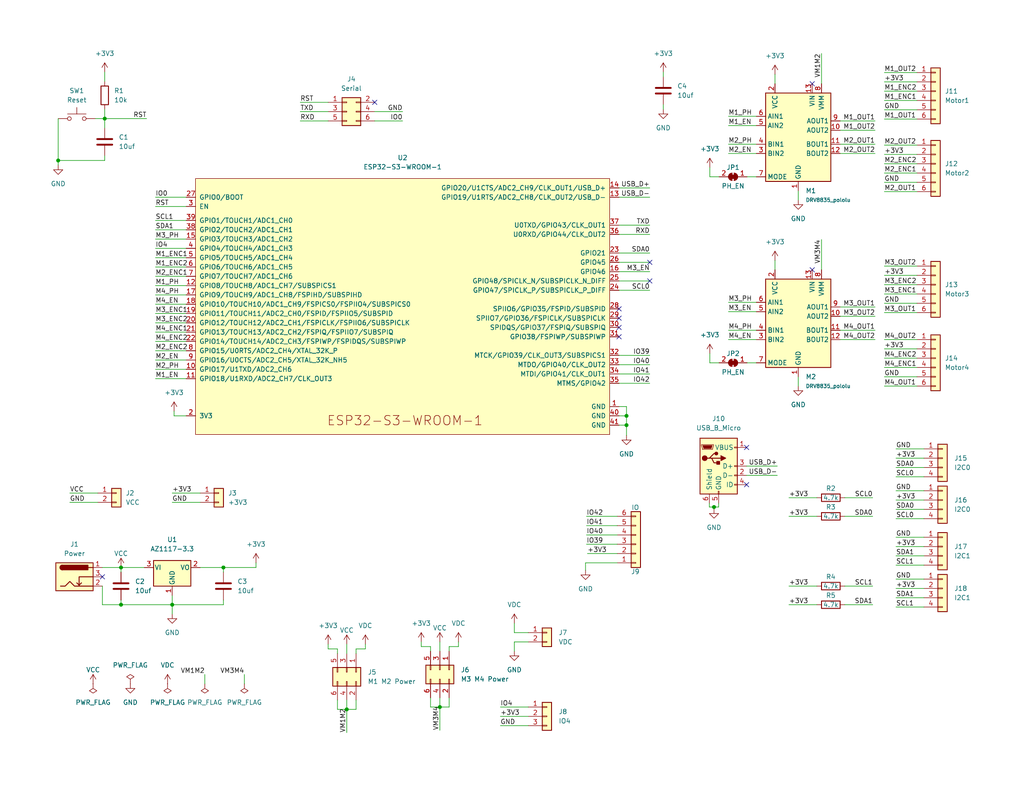
<source format=kicad_sch>
(kicad_sch (version 20211123) (generator eeschema)
  (paper "A")
  (title_block (title "${TITLE}") (date "2022-10-31") (rev "${VERSION}") (company "${AUTHOR}"))
  (lib_symbols
    (symbol "CatMouse:DRV8835_pololu"
      (property "Reference" "M" (at -1.27 12.7 0))
      (property "Value" "DRV8835_pololu" (at 0 -7.62 0))
      (symbol "DRV8835_pololu_0_1"
        (rectangle (start -8.89 11.43) (end 8.89 -12.7) (stroke (width 0.254)) (fill (type background)))
      )
      (symbol "DRV8835_pololu_1_1"
        (pin power_in line (at 0 -15.24 90) (length 2.54) (name "GND") (number "1"))
        (pin output line (at 11.43 1.27 180) (length 2.54) (name "AOUT2") (number "10"))
        (pin output line (at 11.43 -2.54 180) (length 2.54) (name "BOUT1") (number "11"))
        (pin output line (at 11.43 -5.08 180) (length 2.54) (name "BOUT2") (number "12"))
        (pin power_in line (at 3.81 13.97 270) (length 2.54) (name "VIN") (number "13"))
        (pin power_in line (at 2.54 -15.24 90) (length 2.54) hide (name "GND") (number "14"))
        (pin power_in line (at -6.35 13.97 270) (length 2.54) (name "VCC") (number "2"))
        (pin input line (at -11.43 -5.08 0) (length 2.54) (name "BIN2") (number "3"))
        (pin input line (at -11.43 -2.54 0) (length 2.54) (name "BIN1") (number "4"))
        (pin input line (at -11.43 2.54 0) (length 2.54) (name "AIN2") (number "5"))
        (pin input line (at -11.43 5.08 0) (length 2.54) (name "AIN1") (number "6"))
        (pin input line (at -11.43 -11.43 0) (length 2.54) (name "MODE") (number "7"))
        (pin power_in line (at 6.35 13.97 270) (length 2.54) (name "VMM") (number "8"))
        (pin output line (at 11.43 3.81 180) (length 2.54) (name "AOUT1") (number "9"))
      )
    )
    (symbol "CatMouse:ESP32-S3-WROOM-1" (pin_names (offset 1.016))
      (property "Reference" "U" (at 0 35.56 0))
      (property "Value" "ESP32-S3-WROOM-1" (at 0 -36.83 0))
      (symbol "ESP32-S3-WROOM-1_0_0"
        (rectangle (start -57.15 34.29) (end 55.88 -35.56) (fill (type background)))
        (text "ESP32-S3-WROOM-1" (at 0 -31.75 0) (effects (font (size 2.54 2.54))))
        (pin power_in line (at 58.42 -27.94 180) (length 2.54) (name "GND") (number "1"))
        (pin bidirectional line (at -59.69 -17.78 0) (length 2.54) (name "GPIO17/U1TXD/ADC2_CH6") (number "10"))
        (pin bidirectional line (at -59.69 -20.32 0) (length 2.54) (name "GPIO18/U1RXD/ADC2_CH7/CLK_OUT3") (number "11"))
        (pin bidirectional line (at -59.69 5.08 0) (length 2.54) (name "GPIO8/TOUCH8/ADC1_CH7/SUBSPICS1") (number "12"))
        (pin bidirectional line (at 58.42 29.21 180) (length 2.54) (name "GPIO19/U1RTS/ADC2_CH8/CLK_OUT2/USB_D-") (number "13"))
        (pin bidirectional line (at 58.42 31.75 180) (length 2.54) (name "GPIO20/U1CTS/ADC2_CH9/CLK_OUT1/USB_D+") (number "14"))
        (pin bidirectional line (at -59.69 17.78 0) (length 2.54) (name "GPIO3/TOUCH3/ADC1_CH2") (number "15"))
        (pin bidirectional line (at 58.42 8.89 180) (length 2.54) (name "GPIO46") (number "16"))
        (pin bidirectional line (at -59.69 2.54 0) (length 2.54) (name "GPIO9/TOUCH9/ADC1_CH8/FSPIHD/SUBSPIHD") (number "17"))
        (pin bidirectional line (at -59.69 0 0) (length 2.54) (name "GPIO10/TOUCH10/ADC1_CH9/FSPICS0/FSPIIO4/SUBSPICS0") (number "18"))
        (pin bidirectional line (at -59.69 -2.54 0) (length 2.54) (name "GPIO11/TOUCH11/ADC2_CH0/FSPID/FSPIIO5/SUBSPID") (number "19"))
        (pin power_in line (at -59.69 -30.48 0) (length 2.54) (name "3V3") (number "2"))
        (pin bidirectional line (at -59.69 -5.08 0) (length 2.54) (name "GPIO12/TOUCH12/ADC2_CH1/FSPICLK/FSPIIO6/SUBSPICLK") (number "20"))
        (pin bidirectional line (at -59.69 -7.62 0) (length 2.54) (name "GPIO13/TOUCH13/ADC2_CH2/FSPIQ/FSPIIO7/SUBSPIQ") (number "21"))
        (pin bidirectional line (at -59.69 -10.16 0) (length 2.54) (name "GPIO14/TOUCH14/ADC2_CH3/FSPIWP/FSPIDQS/SUBSPIWP") (number "22"))
        (pin bidirectional line (at 58.42 13.97 180) (length 2.54) (name "GPIO21") (number "23"))
        (pin bidirectional line (at 58.42 3.81 180) (length 2.54) (name "GPIO47/SPICLK_P/SUBSPICLK_P_DIFF") (number "24"))
        (pin bidirectional line (at 58.42 6.35 180) (length 2.54) (name "GPIO48/SPICLK_N/SUBSPICLK_N_DIFF") (number "25"))
        (pin bidirectional line (at 58.42 11.43 180) (length 2.54) (name "GPIO45") (number "26"))
        (pin bidirectional line (at -59.69 29.21 0) (length 2.54) (name "GPIO0/BOOT") (number "27"))
        (pin bidirectional line (at 58.42 -1.27 180) (length 2.54) (name "SPIIO6/GPIO35/FSPID/SUBSPID") (number "28"))
        (pin bidirectional line (at 58.42 -3.81 180) (length 2.54) (name "SPIIO7/GPIO36/FSPICLK/SUBSPICLK") (number "29"))
        (pin input line (at -59.69 26.67 0) (length 2.54) (name "EN") (number "3"))
        (pin bidirectional line (at 58.42 -6.35 180) (length 2.54) (name "SPIDQS/GPIO37/FSPIQ/SUBSPIQ") (number "30"))
        (pin bidirectional line (at 58.42 -8.89 180) (length 2.54) (name "GPIO38/FSPIWP/SUBSPIWP") (number "31"))
        (pin bidirectional line (at 58.42 -13.97 180) (length 2.54) (name "MTCK/GPIO39/CLK_OUT3/SUBSPICS1") (number "32"))
        (pin bidirectional line (at 58.42 -16.51 180) (length 2.54) (name "MTDO/GPIO40/CLK_OUT2") (number "33"))
        (pin bidirectional line (at 58.42 -19.05 180) (length 2.54) (name "MTDI/GPIO41/CLK_OUT1") (number "34"))
        (pin bidirectional line (at 58.42 -21.59 180) (length 2.54) (name "MTMS/GPIO42") (number "35"))
        (pin bidirectional line (at 58.42 19.05 180) (length 2.54) (name "U0RXD/GPIO44/CLK_OUT2") (number "36"))
        (pin bidirectional line (at 58.42 21.59 180) (length 2.54) (name "U0TXD/GPIO43/CLK_OUT1") (number "37"))
        (pin bidirectional line (at -59.69 20.32 0) (length 2.54) (name "GPIO2/TOUCH2/ADC1_CH1") (number "38"))
        (pin bidirectional line (at -59.69 22.86 0) (length 2.54) (name "GPIO1/TOUCH1/ADC1_CH0") (number "39"))
        (pin bidirectional line (at -59.69 15.24 0) (length 2.54) (name "GPIO4/TOUCH4/ADC1_CH3") (number "4"))
        (pin power_in line (at 58.42 -30.48 180) (length 2.54) (name "GND") (number "40"))
        (pin power_in line (at 58.42 -33.02 180) (length 2.54) (name "GND") (number "41"))
        (pin bidirectional line (at -59.69 12.7 0) (length 2.54) (name "GPIO5/TOUCH5/ADC1_CH4") (number "5"))
        (pin bidirectional line (at -59.69 10.16 0) (length 2.54) (name "GPIO6/TOUCH6/ADC1_CH5") (number "6"))
        (pin bidirectional line (at -59.69 7.62 0) (length 2.54) (name "GPIO7/TOUCH7/ADC1_CH6") (number "7"))
        (pin bidirectional line (at -59.69 -12.7 0) (length 2.54) (name "GPIO15/U0RTS/ADC2_CH4/XTAL_32K_P") (number "8"))
        (pin bidirectional line (at -59.69 -15.24 0) (length 2.54) (name "GPIO16/U0CTS/ADC2_CH5/XTAL_32K_NH5") (number "9"))
      )
    )
    (symbol "Connector:Barrel_Jack_Switch" (pin_names hide)
      (property "Reference" "J" (at 0 5.334 0))
      (property "Value" "Barrel_Jack_Switch" (at 0 -5.08 0))
      (symbol "Barrel_Jack_Switch_0_1"
        (rectangle (start -5.08 3.81) (end 5.08 -3.81) (stroke (width 0.254)) (fill (type background)))
        (arc (start -3.302 3.175) (mid -3.937 2.54) (end -3.302 1.905) (stroke (width 0.254)))
        (arc (start -3.302 3.175) (mid -3.937 2.54) (end -3.302 1.905) (stroke (width 0.254)) (fill (type outline)))
        (polyline (pts (xy 1.27 -2.286) (xy 1.905 -1.651)) (stroke (width 0.254)))
        (polyline (pts (xy 5.08 2.54) (xy 3.81 2.54)) (stroke (width 0.254)))
        (polyline (pts (xy 5.08 0) (xy 1.27 0) (xy 1.27 -2.286) (xy 0.635 -1.651)) (stroke (width 0.254)))
        (polyline (pts (xy -3.81 -2.54) (xy -2.54 -2.54) (xy -1.27 -1.27) (xy 0 -2.54) (xy 2.54 -2.54) (xy 5.08 -2.54)) (stroke (width 0.254)))
        (rectangle (start 3.683 3.175) (end -3.302 1.905) (stroke (width 0.254)) (fill (type outline)))
      )
      (symbol "Barrel_Jack_Switch_1_1"
        (pin passive line (at 7.62 2.54 180) (length 2.54) (name "~") (number "1"))
        (pin passive line (at 7.62 -2.54 180) (length 2.54) (name "~") (number "2"))
        (pin passive line (at 7.62 0 180) (length 2.54) (name "~") (number "3"))
      )
    )
    (symbol "Connector:USB_B_Micro" (pin_names (offset 1.016))
      (property "Reference" "J" (at -5.08 11.43 0))
      (property "Value" "USB_B_Micro" (at -5.08 8.89 0))
      (symbol "USB_B_Micro_0_1"
        (rectangle (start -5.08 -7.62) (end 5.08 7.62) (stroke (width 0.254)) (fill (type background)))
        (circle (center -3.81 2.159) (radius 0.635) (stroke (width 0.254)) (fill (type outline)))
        (circle (center -0.635 3.429) (radius 0.381) (stroke (width 0.254)) (fill (type outline)))
        (rectangle (start -0.127 -7.62) (end 0.127 -6.858))
        (polyline (pts (xy -1.905 2.159) (xy 0.635 2.159)) (stroke (width 0.254)))
        (polyline (pts (xy -3.175 2.159) (xy -2.54 2.159) (xy -1.27 3.429) (xy -0.635 3.429)) (stroke (width 0.254)))
        (polyline (pts (xy -2.54 2.159) (xy -1.905 2.159) (xy -1.27 0.889) (xy 0 0.889)) (stroke (width 0.254)))
        (polyline (pts (xy 0.635 2.794) (xy 0.635 1.524) (xy 1.905 2.159) (xy 0.635 2.794)) (stroke (width 0.254)) (fill (type outline)))
        (polyline (pts (xy -4.318 5.588) (xy -1.778 5.588) (xy -2.032 4.826) (xy -4.064 4.826) (xy -4.318 5.588)) (fill (type outline)))
        (polyline (pts (xy -4.699 5.842) (xy -4.699 5.588) (xy -4.445 4.826) (xy -4.445 4.572) (xy -1.651 4.572) (xy -1.651 4.826) (xy -1.397 5.588) (xy -1.397 5.842) (xy -4.699 5.842)))
        (rectangle (start 0.254 1.27) (end -0.508 0.508) (stroke (width 0.254)) (fill (type outline)))
        (rectangle (start 5.08 -5.207) (end 4.318 -4.953))
        (rectangle (start 5.08 -2.667) (end 4.318 -2.413))
        (rectangle (start 5.08 -0.127) (end 4.318 0.127))
        (rectangle (start 5.08 4.953) (end 4.318 5.207))
      )
      (symbol "USB_B_Micro_1_1"
        (pin power_out line (at 7.62 5.08 180) (length 2.54) (name "VBUS") (number "1"))
        (pin bidirectional line (at 7.62 -2.54 180) (length 2.54) (name "D-") (number "2"))
        (pin bidirectional line (at 7.62 0 180) (length 2.54) (name "D+") (number "3"))
        (pin passive line (at 7.62 -5.08 180) (length 2.54) (name "ID") (number "4"))
        (pin power_out line (at 0 -10.16 90) (length 2.54) (name "GND") (number "5"))
        (pin passive line (at -2.54 -10.16 90) (length 2.54) (name "Shield") (number "6"))
      )
    )
    (symbol "Connector_Generic:Conn_01x02" (pin_names (offset 1.016) hide)
      (property "Reference" "J" (at 0 2.54 0))
      (property "Value" "Conn_01x02" (at 0 -5.08 0))
      (symbol "Conn_01x02_1_1"
        (rectangle (start -1.27 -2.413) (end 0 -2.667) (stroke (width 0.1524)))
        (rectangle (start -1.27 0.127) (end 0 -0.127) (stroke (width 0.1524)))
        (rectangle (start -1.27 1.27) (end 1.27 -3.81) (stroke (width 0.254)) (fill (type background)))
        (pin passive line (at -5.08 0 0) (length 3.81) (name "Pin_1") (number "1"))
        (pin passive line (at -5.08 -2.54 0) (length 3.81) (name "Pin_2") (number "2"))
      )
    )
    (symbol "Connector_Generic:Conn_01x03" (pin_names (offset 1.016) hide)
      (property "Reference" "J" (at 0 5.08 0))
      (property "Value" "Conn_01x03" (at 0 -5.08 0))
      (symbol "Conn_01x03_1_1"
        (rectangle (start -1.27 -2.413) (end 0 -2.667) (stroke (width 0.1524)))
        (rectangle (start -1.27 0.127) (end 0 -0.127) (stroke (width 0.1524)))
        (rectangle (start -1.27 2.667) (end 0 2.413) (stroke (width 0.1524)))
        (rectangle (start -1.27 3.81) (end 1.27 -3.81) (stroke (width 0.254)) (fill (type background)))
        (pin passive line (at -5.08 2.54 0) (length 3.81) (name "Pin_1") (number "1"))
        (pin passive line (at -5.08 0 0) (length 3.81) (name "Pin_2") (number "2"))
        (pin passive line (at -5.08 -2.54 0) (length 3.81) (name "Pin_3") (number "3"))
      )
    )
    (symbol "Connector_Generic:Conn_01x04" (pin_names (offset 1.016) hide)
      (property "Reference" "J" (at 0 5.08 0))
      (property "Value" "Conn_01x04" (at 0 -7.62 0))
      (symbol "Conn_01x04_1_1"
        (rectangle (start -1.27 -4.953) (end 0 -5.207) (stroke (width 0.1524)))
        (rectangle (start -1.27 -2.413) (end 0 -2.667) (stroke (width 0.1524)))
        (rectangle (start -1.27 0.127) (end 0 -0.127) (stroke (width 0.1524)))
        (rectangle (start -1.27 2.667) (end 0 2.413) (stroke (width 0.1524)))
        (rectangle (start -1.27 3.81) (end 1.27 -6.35) (stroke (width 0.254)) (fill (type background)))
        (pin passive line (at -5.08 2.54 0) (length 3.81) (name "Pin_1") (number "1"))
        (pin passive line (at -5.08 0 0) (length 3.81) (name "Pin_2") (number "2"))
        (pin passive line (at -5.08 -2.54 0) (length 3.81) (name "Pin_3") (number "3"))
        (pin passive line (at -5.08 -5.08 0) (length 3.81) (name "Pin_4") (number "4"))
      )
    )
    (symbol "Connector_Generic:Conn_01x06" (pin_names (offset 1.016) hide)
      (property "Reference" "J" (at 0 7.62 0))
      (property "Value" "Conn_01x06" (at 0 -10.16 0))
      (symbol "Conn_01x06_1_1"
        (rectangle (start -1.27 -7.493) (end 0 -7.747) (stroke (width 0.1524)))
        (rectangle (start -1.27 -4.953) (end 0 -5.207) (stroke (width 0.1524)))
        (rectangle (start -1.27 -2.413) (end 0 -2.667) (stroke (width 0.1524)))
        (rectangle (start -1.27 0.127) (end 0 -0.127) (stroke (width 0.1524)))
        (rectangle (start -1.27 2.667) (end 0 2.413) (stroke (width 0.1524)))
        (rectangle (start -1.27 5.207) (end 0 4.953) (stroke (width 0.1524)))
        (rectangle (start -1.27 6.35) (end 1.27 -8.89) (stroke (width 0.254)) (fill (type background)))
        (pin passive line (at -5.08 5.08 0) (length 3.81) (name "Pin_1") (number "1"))
        (pin passive line (at -5.08 2.54 0) (length 3.81) (name "Pin_2") (number "2"))
        (pin passive line (at -5.08 0 0) (length 3.81) (name "Pin_3") (number "3"))
        (pin passive line (at -5.08 -2.54 0) (length 3.81) (name "Pin_4") (number "4"))
        (pin passive line (at -5.08 -5.08 0) (length 3.81) (name "Pin_5") (number "5"))
        (pin passive line (at -5.08 -7.62 0) (length 3.81) (name "Pin_6") (number "6"))
      )
    )
    (symbol "Connector_Generic:Conn_02x03_Odd_Even" (pin_names (offset 1.016) hide)
      (property "Reference" "J" (at 1.27 5.08 0))
      (property "Value" "Conn_02x03_Odd_Even" (at 1.27 -5.08 0))
      (symbol "Conn_02x03_Odd_Even_1_1"
        (rectangle (start -1.27 -2.413) (end 0 -2.667) (stroke (width 0.1524)))
        (rectangle (start -1.27 0.127) (end 0 -0.127) (stroke (width 0.1524)))
        (rectangle (start -1.27 2.667) (end 0 2.413) (stroke (width 0.1524)))
        (rectangle (start -1.27 3.81) (end 3.81 -3.81) (stroke (width 0.254)) (fill (type background)))
        (rectangle (start 3.81 -2.413) (end 2.54 -2.667) (stroke (width 0.1524)))
        (rectangle (start 3.81 0.127) (end 2.54 -0.127) (stroke (width 0.1524)))
        (rectangle (start 3.81 2.667) (end 2.54 2.413) (stroke (width 0.1524)))
        (pin passive line (at -5.08 2.54 0) (length 3.81) (name "Pin_1") (number "1"))
        (pin passive line (at 7.62 2.54 180) (length 3.81) (name "Pin_2") (number "2"))
        (pin passive line (at -5.08 0 0) (length 3.81) (name "Pin_3") (number "3"))
        (pin passive line (at 7.62 0 180) (length 3.81) (name "Pin_4") (number "4"))
        (pin passive line (at -5.08 -2.54 0) (length 3.81) (name "Pin_5") (number "5"))
        (pin passive line (at 7.62 -2.54 180) (length 3.81) (name "Pin_6") (number "6"))
      )
    )
    (symbol "Device:C" (pin_numbers hide) (pin_names (offset 0.254))
      (property "Reference" "C" (at 0.635 2.54 0))
      (property "Value" "C" (at 0.635 -2.54 0))
      (symbol "C_0_1"
        (polyline (pts (xy -2.032 -0.762) (xy 2.032 -0.762)) (stroke (width 0.508)))
        (polyline (pts (xy -2.032 0.762) (xy 2.032 0.762)) (stroke (width 0.508)))
      )
      (symbol "C_1_1"
        (pin passive line (at 0 3.81 270) (length 2.794) (name "~") (number "1"))
        (pin passive line (at 0 -3.81 90) (length 2.794) (name "~") (number "2"))
      )
    )
    (symbol "Device:R" (pin_numbers hide) (pin_names (offset 0))
      (property "Reference" "R" (at 2.032 0 90))
      (property "Value" "R" (at 0 0 90))
      (symbol "R_0_1"
        (rectangle (start -1.016 -2.54) (end 1.016 2.54) (stroke (width 0.254)))
      )
      (symbol "R_1_1"
        (pin passive line (at 0 3.81 270) (length 1.27) (name "~") (number "1"))
        (pin passive line (at 0 -3.81 90) (length 1.27) (name "~") (number "2"))
      )
    )
    (symbol "Jumper:SolderJumper_2_Bridged" (pin_names (offset 0) hide)
      (property "Reference" "JP" (at 0 2.032 0))
      (property "Value" "SolderJumper_2_Bridged" (at 0 -2.54 0))
      (symbol "SolderJumper_2_Bridged_0_1"
        (rectangle (start -0.508 0.508) (end 0.508 -0.508) (fill (type outline)))
        (arc (start -0.254 1.016) (mid -1.27 0) (end -0.254 -1.016))
        (arc (start -0.254 1.016) (mid -1.27 0) (end -0.254 -1.016) (fill (type outline)))
        (polyline (pts (xy -0.254 1.016) (xy -0.254 -1.016)))
        (polyline (pts (xy 0.254 1.016) (xy 0.254 -1.016)))
        (arc (start 0.254 -1.016) (mid 1.27 0) (end 0.254 1.016))
        (arc (start 0.254 -1.016) (mid 1.27 0) (end 0.254 1.016) (fill (type outline)))
      )
      (symbol "SolderJumper_2_Bridged_1_1"
        (pin passive line (at -3.81 0 0) (length 2.54) (name "A") (number "1"))
        (pin passive line (at 3.81 0 180) (length 2.54) (name "B") (number "2"))
      )
    )
    (symbol "Regulator_Linear:AZ1117-3.3" (pin_names (offset 0.254))
      (property "Reference" "U" (at -3.81 3.175 0))
      (property "Value" "AZ1117-3.3" (at 0 3.175 0))
      (symbol "AZ1117-3.3_0_1"
        (rectangle (start -5.08 1.905) (end 5.08 -5.08) (stroke (width 0.254)) (fill (type background)))
      )
      (symbol "AZ1117-3.3_1_1"
        (pin power_in line (at 0 -7.62 90) (length 2.54) (name "GND") (number "1"))
        (pin power_out line (at 7.62 0 180) (length 2.54) (name "VO") (number "2"))
        (pin power_in line (at -7.62 0 0) (length 2.54) (name "VI") (number "3"))
      )
    )
    (symbol "Switch:SW_Push" (pin_numbers hide) (pin_names (offset 1.016) hide)
      (property "Reference" "SW" (at 1.27 2.54 0))
      (property "Value" "SW_Push" (at 0 -1.524 0))
      (symbol "SW_Push_0_1"
        (circle (center -2.032 0) (radius 0.508))
        (polyline (pts (xy 0 1.27) (xy 0 3.048)))
        (polyline (pts (xy 2.54 1.27) (xy -2.54 1.27)))
        (circle (center 2.032 0) (radius 0.508))
        (pin passive line (at -5.08 0 0) (length 2.54) (name "1") (number "1"))
        (pin passive line (at 5.08 0 180) (length 2.54) (name "2") (number "2"))
      )
    )
    (symbol "power:+3V3" (power) (pin_names (offset 0))
      (property "Value" "+3V3" (at 0 3.556 0))
      (symbol "+3V3_0_1"
        (polyline (pts (xy -0.762 1.27) (xy 0 2.54)))
        (polyline (pts (xy 0 0) (xy 0 2.54)))
        (polyline (pts (xy 0 2.54) (xy 0.762 1.27)))
      )
      (symbol "+3V3_1_1"
        (pin power_in line (at 0 0 90) (length 0) hide (name "+3V3") (number "1"))
      )
    )
    (symbol "power:GND" (power) (pin_names (offset 0))
      (property "Value" "GND" (at 0 -3.81 0))
      (symbol "GND_0_1"
        (polyline (pts (xy 0 0) (xy 0 -1.27) (xy 1.27 -1.27) (xy 0 -2.54) (xy -1.27 -1.27) (xy 0 -1.27)))
      )
      (symbol "GND_1_1"
        (pin power_in line (at 0 0 270) (length 0) hide (name "GND") (number "1"))
      )
    )
    (symbol "power:PWR_FLAG" (power) (pin_numbers hide) (pin_names (offset 0) hide)
      (property "Value" "PWR_FLAG" (at 0 3.81 0))
      (symbol "PWR_FLAG_0_0"
        (pin power_out line (at 0 0 90) (length 0) (name "pwr") (number "1"))
      )
      (symbol "PWR_FLAG_0_1"
        (polyline (pts (xy 0 0) (xy 0 1.27) (xy -1.016 1.905) (xy 0 2.54) (xy 1.016 1.905) (xy 0 1.27)))
      )
    )
    (symbol "power:VCC" (power) (pin_names (offset 0))
      (property "Value" "VCC" (at 0 3.81 0))
      (symbol "VCC_0_1"
        (polyline (pts (xy -0.762 1.27) (xy 0 2.54)))
        (polyline (pts (xy 0 0) (xy 0 2.54)))
        (polyline (pts (xy 0 2.54) (xy 0.762 1.27)))
      )
      (symbol "VCC_1_1"
        (pin power_in line (at 0 0 90) (length 0) hide (name "VCC") (number "1"))
      )
    )
    (symbol "power:VDC" (power) (pin_names (offset 0))
      (property "Value" "VDC" (at 0 6.35 0))
      (symbol "VDC_0_1"
        (polyline (pts (xy -0.762 1.27) (xy 0 2.54)))
        (polyline (pts (xy 0 0) (xy 0 2.54)))
        (polyline (pts (xy 0 2.54) (xy 0.762 1.27)))
      )
      (symbol "VDC_1_1"
        (pin power_in line (at 0 0 90) (length 0) hide (name "VDC") (number "1"))
      )
    )
  )
  (junction (at 170.942 113.538))
  (junction (at 28.575 32.385))
  (junction (at 94.615 193.675))
  (junction (at 33.02 165.1))
  (junction (at 15.875 43.815))
  (junction (at 46.99 165.1))
  (junction (at 170.942 116.078))
  (junction (at 60.96 154.94))
  (junction (at 33.02 154.94))
  (junction (at 120.015 193.04))
  (junction (at 194.818 138.43))
  (no_connect (at 168.91 84.328))
  (no_connect (at 168.91 86.868))
  (no_connect (at 168.91 89.408))
  (no_connect (at 168.91 91.948))
  (no_connect (at 221.615 22.86))
  (no_connect (at 203.708 132.334))
  (no_connect (at 203.708 122.174))
  (no_connect (at 102.235 27.94))
  (no_connect (at 27.94 157.48))
  (no_connect (at 177.292 71.628))
  (no_connect (at 177.292 76.708))
  (no_connect (at 221.615 73.66))
  (wire (pts (xy 66.675 184.15) (xy 66.675 186.69)))
  (wire (pts (xy 244.475 136.525) (xy 252.095 136.525)))
  (wire (pts (xy 46.99 137.16) (xy 54.61 137.16)))
  (wire (pts (xy 168.91 51.308) (xy 177.292 51.308)))
  (wire (pts (xy 15.875 32.385) (xy 15.875 43.815)))
  (wire (pts (xy 168.402 146.05) (xy 160.02 146.05)))
  (wire (pts (xy 211.455 20.32) (xy 211.455 22.86)))
  (wire (pts (xy 196.088 138.43) (xy 194.818 138.43)))
  (wire (pts (xy 241.3 29.972) (xy 250.19 29.972)))
  (wire (pts (xy 97.155 177.165) (xy 97.155 178.435)))
  (wire (pts (xy 229.235 39.37) (xy 238.76 39.37)))
  (wire (pts (xy 168.91 116.078) (xy 170.942 116.078)))
  (wire (pts (xy 120.015 193.04) (xy 120.015 199.39)))
  (wire (pts (xy 244.475 163.195) (xy 252.095 163.195)))
  (wire (pts (xy 241.3 24.892) (xy 250.19 24.892)))
  (wire (pts (xy 42.418 93.218) (xy 50.8 93.218)))
  (wire (pts (xy 170.942 110.998) (xy 168.91 110.998)))
  (wire (pts (xy 168.91 64.008) (xy 177.292 64.008)))
  (wire (pts (xy 92.075 191.135) (xy 92.075 193.675)))
  (wire (pts (xy 170.942 118.872) (xy 170.942 116.078)))
  (wire (pts (xy 215.265 165.1) (xy 222.885 165.1)))
  (wire (pts (xy 33.02 154.94) (xy 39.37 154.94)))
  (wire (pts (xy 117.475 176.53) (xy 117.475 177.8)))
  (wire (pts (xy 42.418 60.198) (xy 50.8 60.198)))
  (wire (pts (xy 120.015 175.26) (xy 120.015 177.8)))
  (wire (pts (xy 241.3 22.352) (xy 250.19 22.352)))
  (wire (pts (xy 42.418 90.678) (xy 50.8 90.678)))
  (wire (pts (xy 241.3 39.624) (xy 250.19 39.624)))
  (wire (pts (xy 144.145 172.72) (xy 140.335 172.72)))
  (wire (pts (xy 42.418 72.898) (xy 50.8 72.898)))
  (wire (pts (xy 168.91 99.568) (xy 177.292 99.568)))
  (wire (pts (xy 168.91 97.028) (xy 177.292 97.028)))
  (wire (pts (xy 81.915 30.48) (xy 89.535 30.48)))
  (wire (pts (xy 168.91 61.468) (xy 177.292 61.468)))
  (wire (pts (xy 46.99 165.1) (xy 46.99 167.64)))
  (wire (pts (xy 47.498 113.538) (xy 47.498 112.268)))
  (wire (pts (xy 196.088 137.414) (xy 196.088 138.43)))
  (wire (pts (xy 198.755 85.09) (xy 206.375 85.09)))
  (wire (pts (xy 198.755 82.55) (xy 206.375 82.55)))
  (wire (pts (xy 244.475 130.175) (xy 252.095 130.175)))
  (wire (pts (xy 224.155 65.405) (xy 224.155 73.66)))
  (wire (pts (xy 193.548 138.43) (xy 194.818 138.43)))
  (wire (pts (xy 230.505 165.1) (xy 238.125 165.1)))
  (wire (pts (xy 94.615 193.675) (xy 94.615 200.025)))
  (wire (pts (xy 42.418 62.738) (xy 50.8 62.738)))
  (wire (pts (xy 117.475 193.04) (xy 120.015 193.04)))
  (wire (pts (xy 140.335 175.26) (xy 144.145 175.26)))
  (wire (pts (xy 229.235 41.91) (xy 238.76 41.91)))
  (wire (pts (xy 198.755 90.17) (xy 206.375 90.17)))
  (wire (pts (xy 241.3 85.344) (xy 250.19 85.344)))
  (wire (pts (xy 241.3 97.79) (xy 250.19 97.79)))
  (wire (pts (xy 241.3 75.184) (xy 250.19 75.184)))
  (wire (pts (xy 241.3 49.784) (xy 250.19 49.784)))
  (wire (pts (xy 170.942 113.538) (xy 170.942 110.998)))
  (wire (pts (xy 102.235 33.02) (xy 109.855 33.02)))
  (wire (pts (xy 136.525 198.12) (xy 144.145 198.12)))
  (wire (pts (xy 168.91 113.538) (xy 170.942 113.538)))
  (wire (pts (xy 198.755 31.75) (xy 206.375 31.75)))
  (wire (pts (xy 168.402 143.51) (xy 160.02 143.51)))
  (wire (pts (xy 229.235 92.71) (xy 238.76 92.71)))
  (wire (pts (xy 244.475 149.225) (xy 252.095 149.225)))
  (wire (pts (xy 27.94 154.94) (xy 33.02 154.94)))
  (wire (pts (xy 42.418 56.388) (xy 50.8 56.388)))
  (wire (pts (xy 217.805 102.87) (xy 217.805 105.41)))
  (wire (pts (xy 42.418 65.278) (xy 50.8 65.278)))
  (wire (pts (xy 241.3 77.724) (xy 250.19 77.724)))
  (wire (pts (xy 230.505 135.89) (xy 238.125 135.89)))
  (wire (pts (xy 244.475 154.305) (xy 252.095 154.305)))
  (wire (pts (xy 33.02 154.94) (xy 33.02 156.21)))
  (wire (pts (xy 60.96 154.94) (xy 60.96 156.21)))
  (wire (pts (xy 217.805 52.07) (xy 217.805 54.61)))
  (wire (pts (xy 60.96 154.94) (xy 69.85 154.94)))
  (wire (pts (xy 241.3 27.432) (xy 250.19 27.432)))
  (wire (pts (xy 241.3 42.164) (xy 250.19 42.164)))
  (wire (pts (xy 229.235 33.02) (xy 238.76 33.02)))
  (wire (pts (xy 229.235 35.56) (xy 238.76 35.56)))
  (wire (pts (xy 94.615 191.135) (xy 94.615 193.675)))
  (wire (pts (xy 54.61 154.94) (xy 60.96 154.94)))
  (wire (pts (xy 117.475 190.5) (xy 117.475 193.04)))
  (wire (pts (xy 244.475 151.765) (xy 252.095 151.765)))
  (wire (pts (xy 136.525 193.04) (xy 144.145 193.04)))
  (wire (pts (xy 27.94 160.02) (xy 27.94 165.1)))
  (wire (pts (xy 19.05 137.16) (xy 26.67 137.16)))
  (wire (pts (xy 125.095 175.26) (xy 125.095 176.53)))
  (wire (pts (xy 229.235 83.82) (xy 238.76 83.82)))
  (wire (pts (xy 244.475 141.605) (xy 252.095 141.605)))
  (wire (pts (xy 102.235 30.48) (xy 109.855 30.48)))
  (wire (pts (xy 215.265 135.89) (xy 222.885 135.89)))
  (wire (pts (xy 97.155 191.135) (xy 97.155 193.675)))
  (wire (pts (xy 194.818 138.43) (xy 194.818 138.938)))
  (wire (pts (xy 42.418 67.818) (xy 50.8 67.818)))
  (wire (pts (xy 42.418 80.518) (xy 50.8 80.518)))
  (wire (pts (xy 42.418 75.438) (xy 50.8 75.438)))
  (wire (pts (xy 19.05 134.62) (xy 26.67 134.62)))
  (wire (pts (xy 42.418 100.838) (xy 50.8 100.838)))
  (wire (pts (xy 244.475 133.985) (xy 252.095 133.985)))
  (wire (pts (xy 244.475 127.635) (xy 252.095 127.635)))
  (wire (pts (xy 168.402 140.97) (xy 160.02 140.97)))
  (wire (pts (xy 244.475 158.115) (xy 252.095 158.115)))
  (wire (pts (xy 140.335 177.8) (xy 140.335 175.26)))
  (wire (pts (xy 198.755 92.71) (xy 206.375 92.71)))
  (wire (pts (xy 94.615 175.895) (xy 94.615 178.435)))
  (wire (pts (xy 114.935 176.53) (xy 117.475 176.53)))
  (wire (pts (xy 193.675 99.06) (xy 196.215 99.06)))
  (wire (pts (xy 42.418 103.378) (xy 50.8 103.378)))
  (wire (pts (xy 203.835 99.06) (xy 206.375 99.06)))
  (wire (pts (xy 244.475 122.555) (xy 252.095 122.555)))
  (wire (pts (xy 241.3 100.33) (xy 250.19 100.33)))
  (wire (pts (xy 241.3 80.264) (xy 250.19 80.264)))
  (wire (pts (xy 99.695 177.165) (xy 97.155 177.165)))
  (wire (pts (xy 140.335 172.72) (xy 140.335 170.18)))
  (wire (pts (xy 229.235 86.36) (xy 238.76 86.36)))
  (wire (pts (xy 97.155 193.675) (xy 94.615 193.675)))
  (wire (pts (xy 42.418 83.058) (xy 50.8 83.058)))
  (wire (pts (xy 244.475 125.095) (xy 252.095 125.095)))
  (wire (pts (xy 168.91 76.708) (xy 177.292 76.708)))
  (wire (pts (xy 193.675 48.26) (xy 196.215 48.26)))
  (wire (pts (xy 26.035 32.385) (xy 28.575 32.385)))
  (wire (pts (xy 46.99 134.62) (xy 54.61 134.62)))
  (wire (pts (xy 241.3 82.804) (xy 250.19 82.804)))
  (wire (pts (xy 28.575 32.385) (xy 40.005 32.385)))
  (wire (pts (xy 230.505 140.97) (xy 238.125 140.97)))
  (wire (pts (xy 42.418 77.978) (xy 50.8 77.978)))
  (wire (pts (xy 224.155 14.605) (xy 224.155 22.86)))
  (wire (pts (xy 42.418 70.358) (xy 50.8 70.358)))
  (wire (pts (xy 229.235 90.17) (xy 238.76 90.17)))
  (wire (pts (xy 136.525 195.58) (xy 144.145 195.58)))
  (wire (pts (xy 168.91 69.088) (xy 177.292 69.088)))
  (wire (pts (xy 244.475 146.685) (xy 252.095 146.685)))
  (wire (pts (xy 193.675 45.72) (xy 193.675 48.26)))
  (wire (pts (xy 92.075 177.165) (xy 92.075 178.435)))
  (wire (pts (xy 81.915 33.02) (xy 89.535 33.02)))
  (wire (pts (xy 28.575 42.545) (xy 28.575 43.815)))
  (wire (pts (xy 122.555 176.53) (xy 122.555 177.8)))
  (wire (pts (xy 81.915 27.94) (xy 89.535 27.94)))
  (wire (pts (xy 180.975 19.685) (xy 180.975 20.955)))
  (wire (pts (xy 42.418 85.598) (xy 50.8 85.598)))
  (wire (pts (xy 241.3 105.41) (xy 250.19 105.41)))
  (wire (pts (xy 89.535 175.895) (xy 89.535 177.165)))
  (wire (pts (xy 241.3 102.87) (xy 250.19 102.87)))
  (wire (pts (xy 168.91 71.628) (xy 177.292 71.628)))
  (wire (pts (xy 114.935 175.26) (xy 114.935 176.53)))
  (wire (pts (xy 168.91 102.108) (xy 177.292 102.108)))
  (wire (pts (xy 27.94 165.1) (xy 33.02 165.1)))
  (wire (pts (xy 244.475 165.735) (xy 252.095 165.735)))
  (wire (pts (xy 168.402 148.59) (xy 160.02 148.59)))
  (wire (pts (xy 241.3 19.812) (xy 250.19 19.812)))
  (wire (pts (xy 168.91 74.168) (xy 177.292 74.168)))
  (wire (pts (xy 15.875 43.815) (xy 15.875 45.085)))
  (wire (pts (xy 28.575 43.815) (xy 15.875 43.815)))
  (wire (pts (xy 33.02 163.83) (xy 33.02 165.1)))
  (wire (pts (xy 92.075 193.675) (xy 94.615 193.675)))
  (wire (pts (xy 50.8 113.538) (xy 47.498 113.538)))
  (wire (pts (xy 168.91 104.648) (xy 177.292 104.648)))
  (wire (pts (xy 46.99 165.1) (xy 60.96 165.1)))
  (wire (pts (xy 244.475 139.065) (xy 252.095 139.065)))
  (wire (pts (xy 42.418 98.298) (xy 50.8 98.298)))
  (wire (pts (xy 42.418 95.758) (xy 50.8 95.758)))
  (wire (pts (xy 241.3 92.71) (xy 250.19 92.71)))
  (wire (pts (xy 198.755 39.37) (xy 206.375 39.37)))
  (wire (pts (xy 180.975 29.845) (xy 180.975 28.575)))
  (wire (pts (xy 203.708 129.794) (xy 212.09 129.794)))
  (wire (pts (xy 230.505 160.02) (xy 238.125 160.02)))
  (wire (pts (xy 241.3 52.324) (xy 250.19 52.324)))
  (wire (pts (xy 69.85 154.94) (xy 69.85 153.67)))
  (wire (pts (xy 241.3 95.25) (xy 250.19 95.25)))
  (wire (pts (xy 46.99 165.1) (xy 46.99 162.56)))
  (wire (pts (xy 28.575 32.385) (xy 28.575 34.925)))
  (wire (pts (xy 60.96 165.1) (xy 60.96 163.83)))
  (wire (pts (xy 125.095 176.53) (xy 122.555 176.53)))
  (wire (pts (xy 89.535 177.165) (xy 92.075 177.165)))
  (wire (pts (xy 198.755 41.91) (xy 206.375 41.91)))
  (wire (pts (xy 33.02 165.1) (xy 46.99 165.1)))
  (wire (pts (xy 120.015 190.5) (xy 120.015 193.04)))
  (wire (pts (xy 244.475 160.655) (xy 252.095 160.655)))
  (wire (pts (xy 160.274 151.13) (xy 168.402 151.13)))
  (wire (pts (xy 55.88 184.15) (xy 55.88 186.69)))
  (wire (pts (xy 168.91 79.248) (xy 177.292 79.248)))
  (wire (pts (xy 215.265 160.02) (xy 222.885 160.02)))
  (wire (pts (xy 99.695 175.895) (xy 99.695 177.165)))
  (wire (pts (xy 122.555 193.04) (xy 120.015 193.04)))
  (wire (pts (xy 241.3 47.244) (xy 250.19 47.244)))
  (wire (pts (xy 28.575 19.685) (xy 28.575 22.225)))
  (wire (pts (xy 203.708 127.254) (xy 212.09 127.254)))
  (wire (pts (xy 28.575 29.845) (xy 28.575 32.385)))
  (wire (pts (xy 215.265 140.97) (xy 222.885 140.97)))
  (wire (pts (xy 168.402 153.67) (xy 159.766 153.67)))
  (wire (pts (xy 193.675 96.52) (xy 193.675 99.06)))
  (wire (pts (xy 241.3 72.644) (xy 250.19 72.644)))
  (wire (pts (xy 193.548 137.414) (xy 193.548 138.43)))
  (wire (pts (xy 241.3 32.512) (xy 250.19 32.512)))
  (wire (pts (xy 211.455 71.12) (xy 211.455 73.66)))
  (wire (pts (xy 170.942 116.078) (xy 170.942 113.538)))
  (wire (pts (xy 241.3 44.704) (xy 250.19 44.704)))
  (wire (pts (xy 122.555 190.5) (xy 122.555 193.04)))
  (wire (pts (xy 168.91 53.848) (xy 177.292 53.848)))
  (wire (pts (xy 42.418 53.848) (xy 50.8 53.848)))
  (wire (pts (xy 198.755 34.29) (xy 206.375 34.29)))
  (wire (pts (xy 159.766 153.67) (xy 159.766 155.702)))
  (wire (pts (xy 42.418 88.138) (xy 50.8 88.138)))
  (wire (pts (xy 203.835 48.26) (xy 206.375 48.26)))
  (label "M4_OUT1" (at 238.76 90.17 180))
  (label "TXD" (at 81.915 30.48 0))
  (label "M3_OUT2" (at 238.76 86.36 180))
  (label "VM1M2" (at 224.155 14.605 270))
  (label "M4_EN" (at 42.418 83.058 0))
  (label "IO42" (at 177.292 104.648 180))
  (label "+3V3" (at 46.99 134.62 0))
  (label "IO39" (at 160.02 148.59 0))
  (label "SCL0" (at 177.292 79.248 180))
  (label "IO42" (at 160.02 140.97 0))
  (label "GND" (at 109.855 30.48 180))
  (label "SCL1" (at 244.475 154.305 0))
  (label "SCL1" (at 42.418 60.198 0))
  (label "M1_ENC2" (at 42.418 72.898 0))
  (label "RXD" (at 177.292 64.008 180))
  (label "M2_ENC1" (at 241.3 47.244 0))
  (label "M2_ENC2" (at 42.418 95.758 0))
  (label "M1_OUT1" (at 238.76 33.02 180))
  (label "M4_OUT1" (at 241.3 105.41 0))
  (label "M4_ENC2" (at 241.3 97.79 0))
  (label "VM3M4" (at 120.015 199.39 90))
  (label "M4_OUT2" (at 241.3 92.71 0))
  (label "+3V3" (at 244.475 125.095 0))
  (label "M3_ENC1" (at 241.3 80.264 0))
  (label "RST" (at 42.418 56.388 0))
  (label "SDA1" (at 42.418 62.738 0))
  (label "M1_OUT2" (at 241.3 19.812 0))
  (label "IO40" (at 177.292 99.568 180))
  (label "SCL1" (at 238.125 160.02 180))
  (label "+3V3" (at 241.3 95.25 0))
  (label "GND" (at 244.475 158.115 0))
  (label "SDA0" (at 244.475 127.635 0))
  (label "VM3M4" (at 224.155 65.405 270))
  (label "+3V3" (at 215.265 135.89 0))
  (label "TXD" (at 177.292 61.468 180))
  (label "M4_ENC1" (at 241.3 100.33 0))
  (label "M2_ENC2" (at 241.3 44.704 0))
  (label "GND" (at 19.05 137.16 0))
  (label "SDA1" (at 238.125 165.1 180))
  (label "M4_PH" (at 198.755 90.17 0))
  (label "M3_PH" (at 42.418 65.278 0))
  (label "RXD" (at 81.915 33.02 0))
  (label "M4_ENC1" (at 42.418 90.678 0))
  (label "+3V3" (at 215.265 160.02 0))
  (label "M4_ENC2" (at 42.418 93.218 0))
  (label "USB_D-" (at 212.09 129.794 180))
  (label "M3_OUT2" (at 241.3 72.644 0))
  (label "IO0" (at 42.418 53.848 0))
  (label "GND" (at 241.3 49.784 0))
  (label "IO41" (at 177.292 102.108 180))
  (label "M4_OUT2" (at 238.76 92.71 180))
  (label "SCL0" (at 244.475 141.605 0))
  (label "RST" (at 81.915 27.94 0))
  (label "SDA0" (at 238.125 140.97 180))
  (label "USB_D-" (at 177.292 53.848 180))
  (label "M3_OUT1" (at 241.3 85.344 0))
  (label "SCL0" (at 238.125 135.89 180))
  (label "+3V3" (at 241.3 75.184 0))
  (label "USB_D+" (at 177.292 51.308 180))
  (label "M1_ENC1" (at 241.3 27.432 0))
  (label "M1_EN" (at 42.418 103.378 0))
  (label "+3V3" (at 241.3 42.164 0))
  (label "M1_PH" (at 198.755 31.75 0))
  (label "SCL0" (at 244.475 130.175 0))
  (label "M3_ENC1" (at 42.418 85.598 0))
  (label "M3_ENC2" (at 42.418 88.138 0))
  (label "IO41" (at 160.02 143.51 0))
  (label "M3_EN" (at 198.755 85.09 0))
  (label "SDA1" (at 244.475 151.765 0))
  (label "M4_PH" (at 42.418 80.518 0))
  (label "IO4" (at 42.418 67.818 0))
  (label "SDA0" (at 244.475 139.065 0))
  (label "IO0" (at 109.855 33.02 180))
  (label "+3V3" (at 244.475 160.655 0))
  (label "GND" (at 241.3 82.804 0))
  (label "GND" (at 241.3 102.87 0))
  (label "M1_EN" (at 198.755 34.29 0))
  (label "M2_ENC1" (at 42.418 75.438 0))
  (label "M3_PH" (at 198.755 82.55 0))
  (label "SDA0" (at 177.292 69.088 180))
  (label "M3_OUT1" (at 238.76 83.82 180))
  (label "M2_OUT2" (at 238.76 41.91 180))
  (label "M1_ENC2" (at 241.3 24.892 0))
  (label "SDA1" (at 244.475 163.195 0))
  (label "M1_OUT1" (at 241.3 32.512 0))
  (label "M3_EN" (at 177.292 74.168 180))
  (label "VCC" (at 19.05 134.62 0))
  (label "+3V3" (at 215.265 140.97 0))
  (label "VM1M2" (at 94.615 200.025 90))
  (label "GND" (at 46.99 137.16 0))
  (label "M4_EN" (at 198.755 92.71 0))
  (label "+3V3" (at 136.525 195.58 0))
  (label "IO40" (at 160.02 146.05 0))
  (label "M2_OUT2" (at 241.3 39.624 0))
  (label "GND" (at 244.475 146.685 0))
  (label "M2_EN" (at 42.418 98.298 0))
  (label "VM1M2" (at 55.88 184.15 180))
  (label "M2_PH" (at 42.418 100.838 0))
  (label "USB_D+" (at 212.09 127.254 180))
  (label "+3V3" (at 244.475 136.525 0))
  (label "+3V3" (at 241.3 22.352 0))
  (label "GND" (at 241.3 29.972 0))
  (label "M1_ENC1" (at 42.418 70.358 0))
  (label "RST" (at 40.005 32.385 180))
  (label "M1_PH" (at 42.418 77.978 0))
  (label "M2_OUT1" (at 241.3 52.324 0))
  (label "SCL1" (at 244.475 165.735 0))
  (label "GND" (at 136.525 198.12 0))
  (label "M2_OUT1" (at 238.76 39.37 180))
  (label "+3V3" (at 244.475 149.225 0))
  (label "M1_OUT2" (at 238.76 35.56 180))
  (label "GND" (at 244.475 133.985 0))
  (label "IO4" (at 136.525 193.04 0))
  (label "+3V3" (at 160.274 151.13 0))
  (label "IO39" (at 177.292 97.028 180))
  (label "M2_EN" (at 198.755 41.91 0))
  (label "+3V3" (at 215.265 165.1 0))
  (label "GND" (at 244.475 122.555 0))
  (label "VM3M4" (at 66.675 184.15 180))
  (label "M3_ENC2" (at 241.3 77.724 0))
  (label "M2_PH" (at 198.755 39.37 0))
  (symbol (lib_id "Regulator_Linear:AZ1117-3.3") (at 46.99 154.94 0) (unit 1)
    (property "Reference" "U1" (at 46.99 147.32 0))
    (property "Value" "AZ1117-3.3" (at 46.99 149.86 0))
    (property "Footprint" "Package_TO_SOT_SMD:SOT-223-3_TabPin2" (effects hide))
    (property "Datasheet" "https://www.diodes.com/assets/Datasheets/AZ1117.pdf" (effects hide))
  )
  (symbol (lib_id "Device:C") (at 28.575 38.735 0) (unit 1)
    (property "Reference" "C1" (at 32.385 37.4649 0) (effects (justify left)))
    (property "Value" "10uf" (at 32.385 40.0049 0) (effects (justify left)))
    (property "Footprint" "Capacitor_SMD:C_0805_2012Metric_Pad1.18x1.45mm_HandSolder" (effects hide))
  )
  (symbol (lib_id "power:VDC") (at 140.335 170.18 0) (unit 1)
    (property "Reference" "#PWR016" (effects hide))
    (property "Value" "VDC" (at 140.335 165.1 0))
  )
  (symbol (lib_id "power:VCC") (at 94.615 175.895 0) (unit 1)
    (property "Reference" "#PWR011" (effects hide))
    (property "Value" "VCC" (at 94.615 172.085 0))
  )
  (symbol (lib_id "Connector_Generic:Conn_02x03_Odd_Even") (at 94.615 183.515 270) (unit 1)
    (property "Reference" "J5" (at 100.33 183.5149 90) (effects (justify left)))
    (property "Value" "M1 M2 Power" (at 100.33 186.0549 90) (effects (justify left)))
    (property "Footprint" "Connector_PinHeader_2.54mm:PinHeader_2x03_P2.54mm_Vertical" (effects hide))
  )
  (symbol (lib_id "Connector_Generic:Conn_02x03_Odd_Even") (at 120.015 182.88 270) (unit 1)
    (property "Reference" "J6" (at 125.73 182.8799 90) (effects (justify left)))
    (property "Value" "M3 M4 Power" (at 125.73 185.4199 90) (effects (justify left)))
    (property "Footprint" "Connector_PinHeader_2.54mm:PinHeader_2x03_P2.54mm_Vertical" (effects hide))
  )
  (symbol (lib_id "power:PWR_FLAG") (at 35.56 186.69 0) (unit 1)
    (property "Reference" "#FLG02" (effects hide))
    (property "Value" "PWR_FLAG" (at 35.56 181.61 0))
  )
  (symbol (lib_id "Connector_Generic:Conn_01x04") (at 257.175 125.095 0) (unit 1)
    (property "Reference" "J15" (at 260.35 125.0949 0) (effects (justify left)))
    (property "Value" "I2C0" (at 260.35 127.6349 0) (effects (justify left)))
    (property "Footprint" "Connector_PinHeader_2.54mm:PinHeader_1x04_P2.54mm_Vertical" (effects hide))
  )
  (symbol (lib_id "Connector:USB_B_Micro") (at 196.088 127.254 0) (unit 1)
    (property "Reference" "J10" (at 196.088 114.3 0))
    (property "Value" "USB_B_Micro" (at 196.088 116.84 0))
    (property "Footprint" "Connector_USB:USB_Micro-B_GCT_USB3076-30-A" (effects hide))
  )
  (symbol (lib_id "power:+3V3") (at 193.675 45.72 0) (unit 1)
    (property "Reference" "#PWR021" (effects hide))
    (property "Value" "+3V3" (at 193.675 40.64 0))
  )
  (symbol (lib_id "power:GND") (at 35.56 186.69 0) (unit 1)
    (property "Reference" "#PWR05" (effects hide))
    (property "Value" "GND" (at 35.56 191.77 0))
  )
  (symbol (lib_id "power:GND") (at 180.975 29.845 0) (unit 1)
    (property "Reference" "#PWR020" (effects hide))
    (property "Value" "GND" (at 180.975 34.925 0))
  )
  (symbol (lib_id "Connector_Generic:Conn_01x04") (at 257.175 149.225 0) (unit 1)
    (property "Reference" "J17" (at 260.35 149.2249 0) (effects (justify left)))
    (property "Value" "I2C1" (at 260.35 151.7649 0) (effects (justify left)))
    (property "Footprint" "Connector_PinHeader_2.54mm:PinHeader_1x04_P2.54mm_Vertical" (effects hide))
  )
  (symbol (lib_id "Device:C") (at 60.96 160.02 0) (unit 1)
    (property "Reference" "C3" (at 64.77 158.7499 0) (effects (justify left)))
    (property "Value" "10uf" (at 64.77 161.2899 0) (effects (justify left)))
    (property "Footprint" "Capacitor_SMD:C_0805_2012Metric_Pad1.18x1.45mm_HandSolder" (effects hide))
  )
  (symbol (lib_id "power:GND") (at 46.99 167.64 0) (unit 1)
    (property "Reference" "#PWR07" (effects hide))
    (property "Value" "GND" (at 46.99 172.72 0))
  )
  (symbol (lib_id "CatMouse:DRV8835_pololu") (at 217.805 36.83 0) (unit 1)
    (property "Reference" "M1" (at 219.8244 52.07 0) (effects (justify left)))
    (property "Value" "DRV8835_pololu" (at 219.8244 54.61 0) (effects (font (size 1 1)) (justify left)))
    (property "Footprint" "CatMouse:DRV8835_pololu" (effects hide))
    (property "Datasheet" "http://www.ti.com/lit/ds/symlink/drv8835.pdf" (effects hide))
  )
  (symbol (lib_id "power:VCC") (at 25.4 186.69 0) (unit 1)
    (property "Reference" "#PWR02" (effects hide))
    (property "Value" "VCC" (at 25.4 182.88 0))
  )
  (symbol (lib_id "Device:R") (at 226.695 140.97 90) (unit 1)
    (property "Reference" "R3" (at 226.695 138.43 90))
    (property "Value" "4.7k" (at 226.695 140.97 90))
    (property "Footprint" "Resistor_SMD:R_0805_2012Metric_Pad1.20x1.40mm_HandSolder" (effects hide))
  )
  (symbol (lib_id "power:PWR_FLAG") (at 66.675 186.69 180) (unit 1)
    (property "Reference" "#FLG05" (effects hide))
    (property "Value" "PWR_FLAG" (at 66.675 191.77 0))
  )
  (symbol (lib_id "power:+3V3") (at 180.975 19.685 0) (unit 1)
    (property "Reference" "#PWR019" (effects hide))
    (property "Value" "+3V3" (at 180.975 14.605 0))
  )
  (symbol (lib_id "power:PWR_FLAG") (at 55.88 186.69 180) (unit 1)
    (property "Reference" "#FLG04" (effects hide))
    (property "Value" "PWR_FLAG" (at 55.88 191.77 0))
  )
  (symbol (lib_id "power:PWR_FLAG") (at 45.72 186.69 180) (unit 1)
    (property "Reference" "#FLG03" (effects hide))
    (property "Value" "PWR_FLAG" (at 45.72 191.77 0))
  )
  (symbol (lib_id "power:VCC") (at 33.02 154.94 0) (unit 1)
    (property "Reference" "#PWR04" (effects hide))
    (property "Value" "VCC" (at 33.02 151.13 0))
  )
  (symbol (lib_id "Connector_Generic:Conn_01x03") (at 149.225 195.58 0) (unit 1)
    (property "Reference" "J8" (at 152.4 194.3099 0) (effects (justify left)))
    (property "Value" "IO4" (at 152.4 196.8499 0) (effects (justify left)))
    (property "Footprint" "Connector_PinHeader_2.54mm:PinHeader_1x03_P2.54mm_Vertical" (effects hide))
  )
  (symbol (lib_id "Connector_Generic:Conn_01x06") (at 255.27 97.79 0) (unit 1)
    (property "Reference" "J14" (at 257.81 97.7899 0) (effects (justify left)))
    (property "Value" "Motor4" (at 257.81 100.3299 0) (effects (justify left)))
    (property "Footprint" "CatMouse:JST_ZH_B6B-ZR_1x06_P1.50mm_Vertical" (effects hide))
  )
  (symbol (lib_id "Device:C") (at 180.975 24.765 0) (unit 1)
    (property "Reference" "C4" (at 184.785 23.4949 0) (effects (justify left)))
    (property "Value" "10uf" (at 184.785 26.0349 0) (effects (justify left)))
    (property "Footprint" "Capacitor_SMD:C_0805_2012Metric_Pad1.18x1.45mm_HandSolder" (effects hide))
  )
  (symbol (lib_id "Jumper:SolderJumper_2_Bridged") (at 200.025 99.06 180) (unit 1)
    (property "Reference" "JP2" (at 200.025 96.52 0))
    (property "Value" "PH_EN" (at 200.025 101.6 0))
    (property "Footprint" "Jumper:SolderJumper-2_P1.3mm_Bridged_RoundedPad1.0x1.5mm" (effects hide))
  )
  (symbol (lib_id "power:VCC") (at 120.015 175.26 0) (unit 1)
    (property "Reference" "#PWR014" (effects hide))
    (property "Value" "VCC" (at 120.015 171.45 0))
  )
  (symbol (lib_id "power:GND") (at 217.805 105.41 0) (unit 1)
    (property "Reference" "#PWR027" (effects hide))
    (property "Value" "GND" (at 217.805 110.49 0))
  )
  (symbol (lib_id "power:+3V3") (at 47.498 112.268 0) (unit 1)
    (property "Reference" "#PWR08" (effects hide))
    (property "Value" "+3V3" (at 47.498 107.188 0))
  )
  (symbol (lib_id "Switch:SW_Push") (at 20.955 32.385 0) (unit 1)
    (property "Reference" "SW1" (at 20.955 24.765 0))
    (property "Value" "Reset" (at 20.955 27.305 0))
    (property "Footprint" "CatMouse:SW_PUSH_6mm" (effects hide))
  )
  (symbol (lib_id "power:GND") (at 15.875 45.085 0) (unit 1)
    (property "Reference" "#PWR01" (effects hide))
    (property "Value" "GND" (at 15.875 50.165 0))
  )
  (symbol (lib_id "power:PWR_FLAG") (at 25.4 186.69 180) (unit 1)
    (property "Reference" "#FLG01" (effects hide))
    (property "Value" "PWR_FLAG" (at 25.4 191.77 0))
  )
  (symbol (lib_id "CatMouse:ESP32-S3-WROOM-1") (at 110.49 83.058 0) (unit 1)
    (property "Reference" "U2" (at 109.855 43.053 0))
    (property "Value" "ESP32-S3-WROOM-1" (at 109.855 45.593 0))
    (property "Footprint" "Espressif:ESP32-S3-WROOM-1" (effects hide))
    (property "Datasheet" "https://www.espressif.com/sites/default/files/documentation/esp32-s3-wroom-1_wroom-1u_datasheet_en.pdf" (effects hide))
  )
  (symbol (lib_id "power:GND") (at 194.818 138.938 0) (unit 1)
    (property "Reference" "#PWR023" (effects hide))
    (property "Value" "GND" (at 194.818 144.018 0))
  )
  (symbol (lib_id "power:+3V3") (at 211.455 20.32 0) (unit 1)
    (property "Reference" "#PWR024" (effects hide))
    (property "Value" "+3V3" (at 211.455 15.24 0))
  )
  (symbol (lib_id "power:GND") (at 140.335 177.8 0) (unit 1)
    (property "Reference" "#PWR017" (effects hide))
    (property "Value" "GND" (at 140.335 182.88 0))
  )
  (symbol (lib_id "Device:R") (at 226.695 160.02 90) (unit 1)
    (property "Reference" "R4" (at 226.695 157.48 90))
    (property "Value" "4.7k" (at 226.695 160.02 90))
    (property "Footprint" "Resistor_SMD:R_0805_2012Metric_Pad1.20x1.40mm_HandSolder" (effects hide))
  )
  (symbol (lib_id "power:GND") (at 159.766 155.702 0) (unit 1)
    (property "Reference" "#PWR0101" (effects hide))
    (property "Value" "GND" (at 159.766 160.782 0))
  )
  (symbol (lib_id "power:VDC") (at 45.72 186.69 0) (unit 1)
    (property "Reference" "#PWR06" (effects hide))
    (property "Value" "VDC" (at 45.72 181.61 0))
  )
  (symbol (lib_id "Jumper:SolderJumper_2_Bridged") (at 200.025 48.26 180) (unit 1)
    (property "Reference" "JP1" (at 200.025 45.72 0))
    (property "Value" "PH_EN" (at 200.025 50.8 0))
    (property "Footprint" "Jumper:SolderJumper-2_P1.3mm_Bridged_RoundedPad1.0x1.5mm" (effects hide))
  )
  (symbol (lib_id "Connector_Generic:Conn_01x06") (at 255.27 44.704 0) (unit 1)
    (property "Reference" "J12" (at 257.81 44.7039 0) (effects (justify left)))
    (property "Value" "Motor2" (at 257.81 47.2439 0) (effects (justify left)))
    (property "Footprint" "CatMouse:JST_ZH_B6B-ZR_1x06_P1.50mm_Vertical" (effects hide))
  )
  (symbol (lib_id "Connector_Generic:Conn_01x02") (at 149.225 172.72 0) (unit 1)
    (property "Reference" "J7" (at 152.4 172.7199 0) (effects (justify left)))
    (property "Value" "VDC" (at 152.4 175.2599 0) (effects (justify left)))
    (property "Footprint" "Connector_PinHeader_2.54mm:PinHeader_1x02_P2.54mm_Vertical" (effects hide))
  )
  (symbol (lib_id "Connector_Generic:Conn_01x02") (at 31.75 134.62 0) (unit 1)
    (property "Reference" "J2" (at 34.29 134.6199 0) (effects (justify left)))
    (property "Value" "VCC" (at 34.29 137.1599 0) (effects (justify left)))
    (property "Footprint" "Connector_PinHeader_2.54mm:PinHeader_1x02_P2.54mm_Vertical" (effects hide))
  )
  (symbol (lib_id "power:+3V3") (at 193.675 96.52 0) (unit 1)
    (property "Reference" "#PWR022" (effects hide))
    (property "Value" "+3V3" (at 193.675 91.44 0))
  )
  (symbol (lib_id "power:VDC") (at 99.695 175.895 0) (unit 1)
    (property "Reference" "#PWR012" (effects hide))
    (property "Value" "VDC" (at 99.695 170.815 0))
  )
  (symbol (lib_id "Device:R") (at 28.575 26.035 0) (unit 1)
    (property "Reference" "R1" (at 31.115 24.7649 0) (effects (justify left)))
    (property "Value" "10k" (at 31.115 27.3049 0) (effects (justify left)))
    (property "Footprint" "Resistor_SMD:R_0805_2012Metric_Pad1.20x1.40mm_HandSolder" (effects hide))
  )
  (symbol (lib_id "Connector_Generic:Conn_01x06") (at 255.27 24.892 0) (unit 1)
    (property "Reference" "J11" (at 257.81 24.8919 0) (effects (justify left)))
    (property "Value" "Motor1" (at 257.81 27.4319 0) (effects (justify left)))
    (property "Footprint" "CatMouse:JST_ZH_B6B-ZR_1x06_P1.50mm_Vertical" (effects hide))
  )
  (symbol (lib_id "Connector_Generic:Conn_02x03_Odd_Even") (at 94.615 30.48 0) (unit 1)
    (property "Reference" "J4" (at 95.885 21.59 0))
    (property "Value" "Serial" (at 95.885 24.13 0))
    (property "Footprint" "Connector_IDC:IDC-Header_2x03_P2.54mm_Vertical" (effects hide))
  )
  (symbol (lib_id "Connector_Generic:Conn_01x04") (at 257.175 136.525 0) (unit 1)
    (property "Reference" "J16" (at 260.35 136.5249 0) (effects (justify left)))
    (property "Value" "I2C0" (at 260.35 139.0649 0) (effects (justify left)))
    (property "Footprint" "Connector_PinHeader_2.54mm:PinHeader_1x04_P2.54mm_Vertical" (effects hide))
  )
  (symbol (lib_id "power:GND") (at 217.805 54.61 0) (unit 1)
    (property "Reference" "#PWR026" (effects hide))
    (property "Value" "GND" (at 217.805 59.69 0))
  )
  (symbol (lib_id "power:GND") (at 170.942 118.872 0) (unit 1)
    (property "Reference" "#PWR018" (effects hide))
    (property "Value" "GND" (at 170.942 123.952 0))
  )
  (symbol (lib_id "Connector_Generic:Conn_01x04") (at 257.175 160.655 0) (unit 1)
    (property "Reference" "J18" (at 260.35 160.6549 0) (effects (justify left)))
    (property "Value" "I2C1" (at 260.35 163.1949 0) (effects (justify left)))
    (property "Footprint" "Connector_PinHeader_2.54mm:PinHeader_1x04_P2.54mm_Vertical" (effects hide))
  )
  (symbol (lib_id "power:+3V3") (at 211.455 71.12 0) (unit 1)
    (property "Reference" "#PWR025" (effects hide))
    (property "Value" "+3V3" (at 211.455 66.04 0))
  )
  (symbol (lib_id "CatMouse:DRV8835_pololu") (at 217.805 87.63 0) (unit 1)
    (property "Reference" "M2" (at 219.8244 102.87 0) (effects (justify left)))
    (property "Value" "DRV8835_pololu" (at 219.8244 105.41 0) (effects (font (size 1 1)) (justify left)))
    (property "Footprint" "CatMouse:DRV8835_pololu" (effects hide))
    (property "Datasheet" "http://www.ti.com/lit/ds/symlink/drv8835.pdf" (effects hide))
  )
  (symbol (lib_id "Connector_Generic:Conn_01x06") (at 255.27 77.724 0) (unit 1)
    (property "Reference" "J13" (at 257.81 77.7239 0) (effects (justify left)))
    (property "Value" "Motor3" (at 257.81 80.2639 0) (effects (justify left)))
    (property "Footprint" "CatMouse:JST_ZH_B6B-ZR_1x06_P1.50mm_Vertical" (effects hide))
  )
  (symbol (lib_id "power:+3V3") (at 69.85 153.67 0) (unit 1)
    (property "Reference" "#PWR09" (effects hide))
    (property "Value" "+3V3" (at 69.85 148.59 0))
  )
  (symbol (lib_id "power:VDC") (at 125.095 175.26 0) (unit 1)
    (property "Reference" "#PWR015" (effects hide))
    (property "Value" "VDC" (at 125.095 170.18 0))
  )
  (symbol (lib_id "Device:C") (at 33.02 160.02 0) (unit 1)
    (property "Reference" "C2" (at 36.83 158.7499 0) (effects (justify left)))
    (property "Value" "10uf" (at 36.83 161.2899 0) (effects (justify left)))
    (property "Footprint" "Capacitor_SMD:C_0805_2012Metric_Pad1.18x1.45mm_HandSolder" (effects hide))
  )
  (symbol (lib_id "Connector_Generic:Conn_01x06") (at 173.482 148.59 0) (mirror x) (unit 1)
    (property "Reference" "J9" (at 173.355 156.083 0))
    (property "Value" "IO" (at 173.355 138.557 0))
    (property "Footprint" "Connector_PinHeader_2.54mm:PinHeader_1x06_P2.54mm_Vertical" (effects hide))
  )
  (symbol (lib_id "power:+3V3") (at 89.535 175.895 0) (unit 1)
    (property "Reference" "#PWR010" (effects hide))
    (property "Value" "+3V3" (at 89.535 170.815 0))
  )
  (symbol (lib_id "Connector_Generic:Conn_01x02") (at 59.69 134.62 0) (unit 1)
    (property "Reference" "J3" (at 62.23 134.6199 0) (effects (justify left)))
    (property "Value" "+3V3" (at 62.23 137.1599 0) (effects (justify left)))
    (property "Footprint" "Connector_PinHeader_2.54mm:PinHeader_1x02_P2.54mm_Vertical" (effects hide))
  )
  (symbol (lib_id "Device:R") (at 226.695 165.1 90) (unit 1)
    (property "Reference" "R5" (at 226.695 162.56 90))
    (property "Value" "4.7k" (at 226.695 165.1 90))
    (property "Footprint" "Resistor_SMD:R_0805_2012Metric_Pad1.20x1.40mm_HandSolder" (effects hide))
  )
  (symbol (lib_id "Device:R") (at 226.695 135.89 90) (unit 1)
    (property "Reference" "R2" (at 226.695 133.35 90))
    (property "Value" "4.7k" (at 226.695 135.89 90))
    (property "Footprint" "Resistor_SMD:R_0805_2012Metric_Pad1.20x1.40mm_HandSolder" (effects hide))
  )
  (symbol (lib_id "Connector:Barrel_Jack_Switch") (at 20.32 157.48 0) (unit 1)
    (property "Reference" "J1" (at 20.32 148.59 0))
    (property "Value" "Power" (at 20.32 151.13 0))
    (property "Footprint" "CatMouse:BarrelJack_CUI_PJ-202A_Horizontal" (effects hide))
  )
  (symbol (lib_id "power:+3V3") (at 114.935 175.26 0) (unit 1)
    (property "Reference" "#PWR013" (effects hide))
    (property "Value" "+3V3" (at 114.935 170.18 0))
  )
  (symbol (lib_id "power:+3V3") (at 28.575 19.685 0) (unit 1)
    (property "Reference" "#PWR03" (effects hide))
    (property "Value" "+3V3" (at 28.575 14.605 0))
  )
)
</source>
